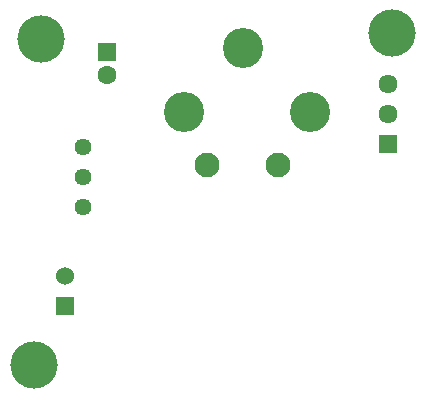
<source format=gbr>
%TF.GenerationSoftware,KiCad,Pcbnew,8.0.2*%
%TF.CreationDate,2024-06-16T16:48:04+02:00*%
%TF.ProjectId,Discharge Controller,44697363-6861-4726-9765-20436f6e7472,rev?*%
%TF.SameCoordinates,Original*%
%TF.FileFunction,Soldermask,Bot*%
%TF.FilePolarity,Negative*%
%FSLAX46Y46*%
G04 Gerber Fmt 4.6, Leading zero omitted, Abs format (unit mm)*
G04 Created by KiCad (PCBNEW 8.0.2) date 2024-06-16 16:48:04*
%MOMM*%
%LPD*%
G01*
G04 APERTURE LIST*
%ADD10C,2.100000*%
%ADD11C,3.400000*%
%ADD12R,1.610000X1.610000*%
%ADD13C,1.610000*%
%ADD14R,1.530000X1.530000*%
%ADD15C,1.530000*%
%ADD16C,4.000000*%
%ADD17C,1.440000*%
%ADD18R,1.600000X1.600000*%
%ADD19C,1.600000*%
G04 APERTURE END LIST*
D10*
%TO.C,K2*%
X173719500Y-65006500D03*
D11*
X176419500Y-60506500D03*
X170719500Y-55106500D03*
X165719500Y-60506500D03*
D10*
X167719500Y-65006500D03*
%TD*%
D12*
%TO.C,J1*%
X183000000Y-63246000D03*
D13*
X183000000Y-60706000D03*
X183000000Y-58166000D03*
%TD*%
D14*
%TO.C,J3*%
X155702000Y-76962000D03*
D15*
X155702000Y-74422000D03*
%TD*%
D16*
%TO.C,*%
X153035000Y-81940400D03*
%TD*%
%TO.C,*%
X153670000Y-54356000D03*
%TD*%
%TO.C,*%
X183388000Y-53848000D03*
%TD*%
D17*
%TO.C,U1*%
X157226000Y-68580000D03*
X157226000Y-66040000D03*
X157226000Y-63500000D03*
%TD*%
D18*
%TO.C,C1*%
X159258000Y-55432888D03*
D19*
X159258000Y-57432888D03*
%TD*%
M02*

</source>
